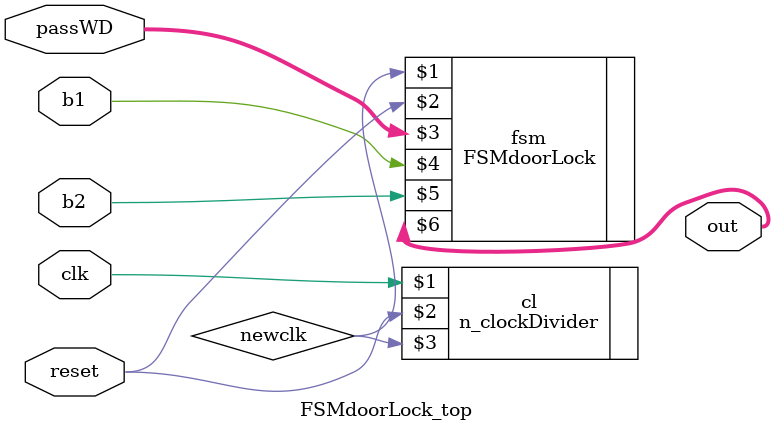
<source format=sv>
`timescale 1ns / 1ps


//module FSMdoorLock(
//    input logic clk,
//    input logic reset,
//    input logic [3:0]passWD,
//    input logic b1,
//    input logic b2,
//    output logic [3:0]out
//    );



//module n_clockDivider #(parameter n=4)(
//    input logic clk,
//    input logic reset,
//    output logic newClk
//    );
module FSMdoorLock_top #(parameter n=4)(
input logic clk,
    input logic reset,
    input logic [3:0]passWD,
    input logic b1,
    input logic b2,
    output logic [3:0]out
    );
    logic newclk ; 
    
    n_clockDivider #(.n(n))cl (clk,reset,newclk);
    FSMdoorLock fsm(newclk,reset,passWD,b1,b2,out);
    
endmodule

</source>
